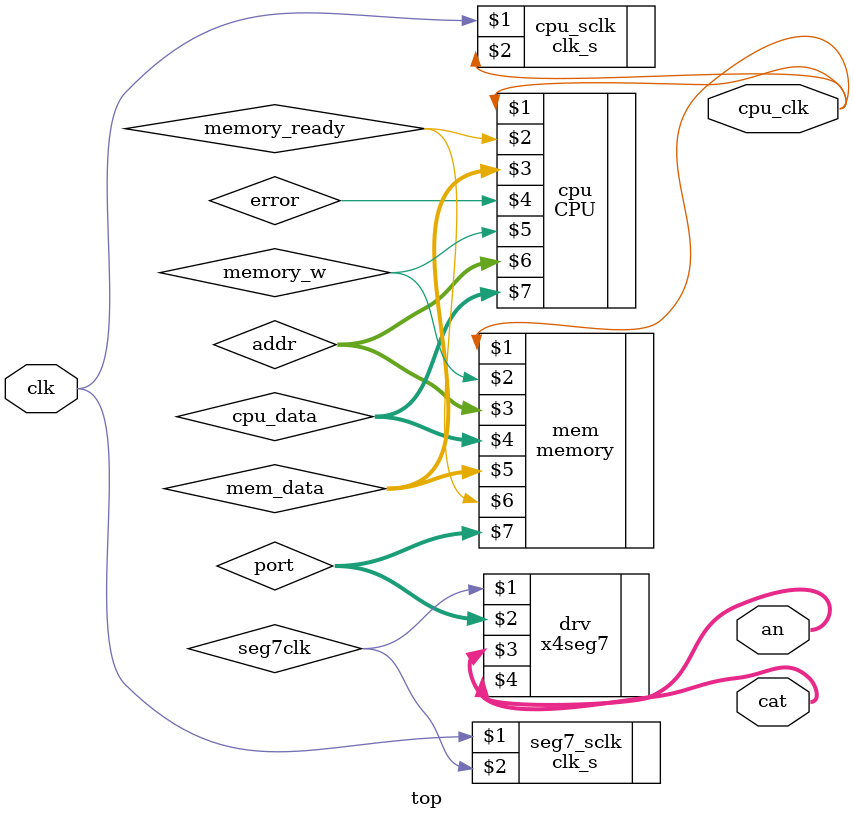
<source format=v>
`timescale 1ns / 1ps

module top(
    input wire clk,
    
    output wire [3 : 0] an,
    output wire [7 : 0] cat,
    
    output wire cpu_clk
    );    
    
wire seg7clk;
    
clk_s #(40000) seg7_sclk (clk, seg7clk);

clk_s #(10000000) cpu_sclk (clk, cpu_clk);
//assign cpu_clk = clk;

wire memory_ready;
wire [15 : 0] mem_data;

wire error;
wire memory_w;

wire [15 : 0] addr;
wire [15 : 0] cpu_data;
    
CPU cpu (cpu_clk, memory_ready, mem_data, error, memory_w, addr, cpu_data);

wire [15 : 0] port;

memory mem  (cpu_clk, memory_w, addr, cpu_data, mem_data, memory_ready, port);
    
    
x4seg7 drv(seg7clk, port, an, cat);  

endmodule

</source>
